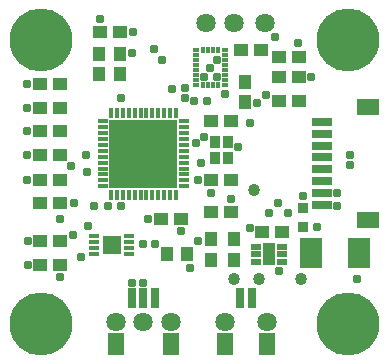
<source format=gbr>
G04 EAGLE Gerber RS-274X export*
G75*
%MOMM*%
%FSLAX34Y34*%
%LPD*%
%INSoldermask Top*%
%IPPOS*%
%AMOC8*
5,1,8,0,0,1.08239X$1,22.5*%
G01*
%ADD10R,1.227000X1.127000*%
%ADD11R,1.127000X1.227000*%
%ADD12R,0.477000X0.357000*%
%ADD13R,0.357000X0.477000*%
%ADD14R,0.939800X0.431800*%
%ADD15R,0.431800X0.939800*%
%ADD16R,5.816600X5.816600*%
%ADD17R,0.877000X0.977000*%
%ADD18R,1.127000X1.927000*%
%ADD19R,0.927000X0.527000*%
%ADD20R,1.487000X1.587000*%
%ADD21R,0.877000X0.427000*%
%ADD22R,0.727000X1.677000*%
%ADD23R,1.327000X1.927000*%
%ADD24R,1.927000X2.527000*%
%ADD25C,5.327000*%
%ADD26R,0.927000X0.927000*%
%ADD27R,1.677000X0.727000*%
%ADD28R,1.927000X1.327000*%
%ADD29C,0.781800*%
%ADD30C,1.031800*%
%ADD31C,1.627000*%


D10*
X248500Y256000D03*
X231500Y256000D03*
X46500Y152000D03*
X29500Y152000D03*
X148500Y119000D03*
X131500Y119000D03*
X46500Y132000D03*
X29500Y132000D03*
X46500Y233000D03*
X29500Y233000D03*
D11*
X97000Y241500D03*
X97000Y258500D03*
D10*
X80500Y277000D03*
X97500Y277000D03*
X231500Y219000D03*
X248500Y219000D03*
X231500Y239000D03*
X248500Y239000D03*
D11*
X203000Y217500D03*
X203000Y234500D03*
D10*
X216500Y262000D03*
X199500Y262000D03*
X46500Y193000D03*
X29500Y193000D03*
X46500Y213000D03*
X29500Y213000D03*
X46500Y173000D03*
X29500Y173000D03*
D11*
X79300Y258900D03*
X79300Y241900D03*
D12*
X186250Y262050D03*
D13*
X180450Y261750D03*
X176150Y261750D03*
X171850Y261750D03*
X167550Y261750D03*
D12*
X161750Y262050D03*
X161750Y257750D03*
X161750Y253450D03*
X161750Y249150D03*
X161750Y244850D03*
X161750Y240550D03*
X161750Y236250D03*
X161750Y231950D03*
D13*
X167550Y232250D03*
X171850Y232250D03*
X176150Y232250D03*
X180450Y232250D03*
D12*
X186250Y231950D03*
X186250Y236250D03*
X186250Y240550D03*
X186250Y244850D03*
X186250Y249150D03*
X186250Y253450D03*
X186250Y257750D03*
D14*
X151544Y146500D03*
X151544Y151500D03*
X151544Y156500D03*
X151544Y161500D03*
X151544Y166500D03*
X151544Y171500D03*
X151544Y176500D03*
X151544Y181500D03*
X151544Y186500D03*
X151544Y191500D03*
X151544Y196500D03*
X151544Y201500D03*
D15*
X144500Y208544D03*
X139500Y208544D03*
X134500Y208544D03*
X129500Y208544D03*
X124500Y208544D03*
X119500Y208544D03*
X114500Y208544D03*
X109500Y208544D03*
X104500Y208544D03*
X99500Y208544D03*
X94500Y208544D03*
X89500Y208544D03*
D14*
X82456Y201500D03*
X82456Y196500D03*
X82456Y191500D03*
X82456Y186500D03*
X82456Y181500D03*
X82456Y176500D03*
X82456Y171500D03*
X82456Y166500D03*
X82456Y161500D03*
X82456Y156500D03*
X82456Y151500D03*
X82456Y146500D03*
D15*
X89500Y139456D03*
X94500Y139456D03*
X99500Y139456D03*
X104500Y139456D03*
X109500Y139456D03*
X114500Y139456D03*
X119500Y139456D03*
X124500Y139456D03*
X129500Y139456D03*
X134500Y139456D03*
X139500Y139456D03*
X144500Y139456D03*
D16*
X117000Y174000D03*
D17*
X177750Y183750D03*
X177750Y170250D03*
X188250Y170250D03*
X188250Y183750D03*
D10*
X191500Y152000D03*
X174500Y152000D03*
X174500Y202000D03*
X191500Y202000D03*
X174500Y125000D03*
X191500Y125000D03*
D18*
X223000Y89000D03*
D19*
X234000Y95500D03*
X234000Y89000D03*
X234000Y82500D03*
X212000Y82500D03*
X212000Y89000D03*
X212000Y95500D03*
D10*
X234500Y108000D03*
X217500Y108000D03*
D11*
X174000Y84500D03*
X174000Y101500D03*
X194000Y101500D03*
X194000Y84500D03*
D20*
X90000Y97000D03*
D21*
X75000Y89500D03*
X75000Y94500D03*
X75000Y99500D03*
X75000Y104500D03*
X105000Y104500D03*
X105000Y99500D03*
X105000Y94500D03*
X105000Y89500D03*
D10*
X46500Y80000D03*
X29500Y80000D03*
X46500Y100000D03*
X29500Y100000D03*
D22*
X117000Y52000D03*
X127000Y52000D03*
D23*
X140000Y13000D03*
X94000Y13000D03*
D22*
X107000Y52000D03*
D24*
X258750Y90000D03*
X299250Y90000D03*
D25*
X30000Y30000D03*
X290000Y30000D03*
X290000Y270000D03*
X30000Y270000D03*
D11*
X136500Y89000D03*
X153500Y89000D03*
D26*
X252000Y112000D03*
X252000Y128000D03*
D22*
X199000Y52000D03*
X209000Y52000D03*
D23*
X222000Y13000D03*
X186000Y13000D03*
D27*
X268250Y131000D03*
X268250Y141000D03*
X268250Y151000D03*
X268250Y161000D03*
X268250Y171000D03*
X268250Y181000D03*
X268250Y191000D03*
X268250Y201000D03*
D28*
X307000Y118000D03*
X307000Y214000D03*
D29*
X179000Y239000D03*
X248000Y268000D03*
X259000Y239000D03*
X18000Y152000D03*
X18000Y173000D03*
X18000Y193000D03*
X18000Y213000D03*
X19000Y80000D03*
X90000Y97000D03*
X19000Y100000D03*
X207000Y111000D03*
X298000Y68000D03*
X232000Y75000D03*
X141000Y150000D03*
X141000Y174000D03*
X141000Y198000D03*
X117000Y198000D03*
X117000Y174000D03*
X117000Y150000D03*
X93000Y150000D03*
X93000Y174000D03*
X93000Y198000D03*
X186000Y225000D03*
X166000Y166000D03*
X163000Y152000D03*
X121000Y119000D03*
X108000Y277000D03*
X107000Y259000D03*
X18000Y233000D03*
X197000Y180000D03*
X213000Y217000D03*
X127000Y98000D03*
X107000Y65000D03*
D30*
X194000Y68000D03*
D29*
X281000Y141000D03*
D31*
X186000Y32000D03*
D29*
X163000Y100000D03*
X191000Y136000D03*
X80000Y288000D03*
X221000Y224000D03*
X56000Y164000D03*
X58000Y132000D03*
X174000Y141000D03*
X228000Y273000D03*
D30*
X211000Y143000D03*
D29*
X46000Y70000D03*
X46000Y119000D03*
X252000Y138000D03*
X281000Y130000D03*
X149000Y109000D03*
X57000Y105000D03*
D30*
X250000Y68000D03*
D31*
X222000Y32000D03*
D30*
X215000Y68000D03*
D29*
X292000Y173401D03*
X168000Y188000D03*
X141000Y229000D03*
X173000Y247000D03*
D31*
X194000Y285000D03*
D29*
X152000Y230000D03*
X168536Y239036D03*
D31*
X170000Y285000D03*
D29*
X171000Y219000D03*
X126000Y263000D03*
X133000Y253000D03*
X160072Y219000D03*
X152000Y221000D03*
X179000Y253000D03*
D31*
X220000Y285000D03*
D29*
X70000Y113000D03*
X69000Y159000D03*
X64000Y87000D03*
X68000Y173000D03*
X117000Y98000D03*
X117000Y65000D03*
D31*
X117000Y32000D03*
X140000Y32000D03*
D29*
X222880Y124000D03*
X98000Y130000D03*
X239024Y124000D03*
X75169Y130000D03*
X230952Y132072D03*
X86584Y130000D03*
X207000Y200000D03*
X98000Y221000D03*
X292000Y164599D03*
X161190Y183190D03*
X264000Y112000D03*
X156000Y77000D03*
D31*
X94000Y32000D03*
M02*

</source>
